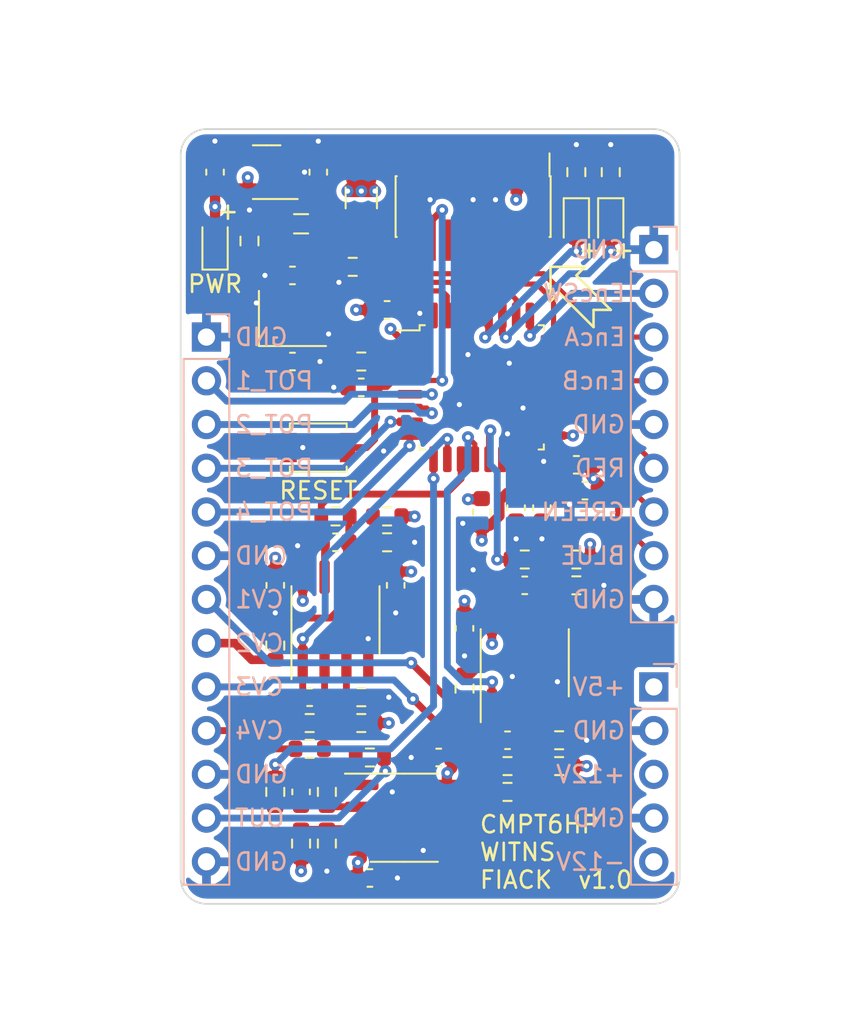
<source format=kicad_pcb>
(kicad_pcb (version 20211014) (generator pcbnew)
  (layers (0 "F.Cu" signal) (1 "In1.Cu" signal) (2 "In2.Cu" signal) (31 "B.Cu" signal) (34 "B.Paste" user) (35 "F.Paste" user) (36 "B.SilkS" user "B.Silkscreen") (37 "F.SilkS" user "F.Silkscreen") (38 "B.Mask" user) (39 "F.Mask" user) (44 "Edge.Cuts" user))
  (net 0 "")
  (net 1 "GND")
  (net 2 "+3V3")
  (net 3 "+3.3VA")
  (net 4 "+5V")
  (net 5 "/POT_1")
  (net 6 "/POT_2")
  (net 7 "/POT_3")
  (net 8 "/POT_4")
  (net 9 "/STM32/nRST")
  (net 10 "/STM32/OSC_IN")
  (net 11 "+12V")
  (net 12 "-12V")
  (net 13 "/Power Supply/BU33_IN")
  (net 14 "/STM32/LED1")
  (net 15 "/STM32/LED2")
  (net 16 "/Power Supply/FUSE")
  (net 17 "/Analog Front-end/RACK_CV1")
  (net 18 "/Analog Front-end/RACK_CV2")
  (net 19 "/Analog Front-end/RACK_CV3")
  (net 20 "/Analog Front-end/RACK_CV4")
  (net 21 "/Analog Front-end/RACK_OUT")
  (net 22 "/STM32/LED_RED")
  (net 23 "/STM32/LED_GREEN")
  (net 24 "/STM32/LED_BLUE")
  (net 25 "/STM32/ENCODER_A")
  (net 26 "/STM32/ENCODER_B")
  (net 27 "/STM32/ENCODER_SWITCH")
  (net 30 "/STM32/SWDIO")
  (net 31 "/STM32/SWCLK")
  (net 32 "/STM32/SWO")
  (net 35 "/STM32/VCP_RX")
  (net 36 "/STM32/VCP_TX")
  (net 37 "/STM32/OSC_OUT")
  (net 38 "/STM32/BOOT0")
  (net 39 "/Analog Front-end/DAC_OUT")
  (net 41 "/Analog Front-end/TL072-")
  (net 42 "/Analog Front-end/TL072_OUT")
  (net 43 "/Analog Front-end/TL072+")
  (net 44 "/Analog Front-end/MCP2B-")
  (net 45 "/Analog Front-end/ADC_CV2")
  (net 46 "/Analog Front-end/MCP2A-")
  (net 47 "/Analog Front-end/ADC_CV4")
  (net 48 "/Analog Front-end/MCP2B+")
  (net 49 "/Analog Front-end/MCP2A+")
  (net 50 "/Analog Front-end/MCP1B-")
  (net 51 "/Analog Front-end/ADC_CV1")
  (net 52 "/Analog Front-end/MCP1A-")
  (net 53 "/Analog Front-end/ADC_CV3")
  (net 54 "/Analog Front-end/MCP1B+")
  (net 55 "/Analog Front-end/MCP1A+")
  (net 56 "/Power Supply/PWR_LED_MID")
  (net 57 "/STM32/LED1_MID")
  (net 58 "/STM32/LED2_MID")
  (net 59 "/STM32/XTAL_OUT")
  (net 60 "/Analog Front-end/UNUSED")
  (footprint "Resistor_SMD:R_0603_1608Metric" (layer "F.Cu") (at 58.5 118 180)
    (fp_text reference "R310" hide)
    (fp_text value "36k")
  )
  (footprint "Package_SO:SOIC-8_3.9x4.9mm_P1.27mm" (layer "F.Cu") (at 48.5 133)
    (fp_text reference "U303" hide)
    (fp_text value "TL072CDR")
  )
  (footprint "Resistor_SMD:R_0603_1608Metric" (layer "F.Cu") (at 44 134.5 90)
    (fp_text reference "R319" hide)
    (fp_text value "27k")
  )
  (footprint "LED_SMD:LED_0603_1608Metric" (layer "F.Cu") (at 58.5 98.5 -90)
    (fp_text reference "D202" hide)
    (fp_text value "GREEN")
  )
  (footprint "Resistor_SMD:R_0603_1608Metric" (layer "F.Cu") (at 41 131.5 -90)
    (fp_text reference "R317" hide)
    (fp_text value "15k")
  )
  (footprint "Package_QFP:LQFP-32_7x7mm_P0.8mm" (layer "F.Cu") (at 53 108)
    (fp_text reference "U201" hide)
    (fp_text value "STM32G431KBT6")
  )
  (footprint "Package_SO:SOIC-8_3.9x4.9mm_P1.27mm" (layer "F.Cu") (at 55.5 124 90)
    (fp_text reference "U302" hide)
    (fp_text value "MCP6002-E/SN")
  )
  (footprint "Resistor_SMD:R_0603_1608Metric" (layer "F.Cu") (at 54.5 130 180)
    (fp_text reference "R316" hide)
    (fp_text value "33k")
  )
  (footprint "Resistor_SMD:R_0603_1608Metric" (layer "F.Cu") (at 58.5 119.5 180)
    (fp_text reference "R313" hide)
    (fp_text value "27k")
  )
  (footprint "Resistor_SMD:R_0603_1608Metric" (layer "F.Cu") (at 42.5 134.5 90)
    (fp_text reference "R318" hide)
    (fp_text value "36k")
  )
  (footprint "Capacitor_SMD:C_0603_1608Metric" (layer "F.Cu") (at 55.5 119.5 180)
    (fp_text reference "C306" hide)
    (fp_text value "270pF")
  )
  (footprint "Resistor_SMD:R_0603_1608Metric" (layer "F.Cu") (at 44.5 115.5 180)
    (fp_text reference "R307" hide)
    (fp_text value "33k")
  )
  (footprint "Capacitor_SMD:C_0603_1608Metric" (layer "F.Cu") (at 42 106.5 180)
    (fp_text reference "C203" hide)
    (fp_text value "10pF")
  )
  (footprint "Resistor_SMD:R_0603_1608Metric" (layer "F.Cu") (at 41 123 90)
    (fp_text reference "R301" hide)
    (fp_text value "200k")
  )
  (footprint "Inductor_SMD:L_0603_1608Metric" (layer "F.Cu") (at 53 115.25 -90)
    (fp_text reference "L201" hide)
    (fp_text value "39nH")
  )
  (footprint "Resistor_SMD:R_0603_1608Metric" (layer "F.Cu") (at 44 131.5 90)
    (fp_text reference "R320" hide)
    (fp_text value "91k")
  )
  (footprint "Capacitor_SMD:C_0603_1608Metric" (layer "F.Cu") (at 44.5 117 180)
    (fp_text reference "C301" hide)
    (fp_text value "270pF")
  )
  (footprint "Resistor_SMD:R_0603_1608Metric" (layer "F.Cu") (at 43 127.5 180)
    (fp_text reference "R308" hide)
    (fp_text value "33k")
  )
  (footprint "Capacitor_SMD:C_0603_1608Metric_Pad1.08x0.95mm_HandSolder" (layer "F.Cu") (at 43.5 95.5 90)
    (fp_text reference "C401" hide)
    (fp_text value "1uF")
  )
  (footprint "Resistor_SMD:R_0603_1608Metric" (layer "F.Cu") (at 57.5 130 180)
    (fp_text reference "R312" hide)
    (fp_text value "36k")
  )
  (footprint "Capacitor_SMD:C_0603_1608Metric" (layer "F.Cu") (at 54.5 128.5 180)
    (fp_text reference "C307" hide)
    (fp_text value "270pF")
  )
  (footprint "Capacitor_SMD:C_0603_1608Metric" (layer "F.Cu") (at 42 101.5)
    (fp_text reference "C202" hide)
    (fp_text value "10pF")
  )
  (footprint "Capacitor_SMD:C_0603_1608Metric" (layer "F.Cu") (at 43 126 180)
    (fp_text reference "C303" hide)
    (fp_text value "270pF")
  )
  (footprint "Resistor_SMD:R_0603_1608Metric" (layer "F.Cu") (at 52 125.5 90)
    (fp_text reference "R309" hide)
    (fp_text value "200k")
  )
  (footprint "Capacitor_SMD:C_0603_1608Metric_Pad1.08x0.95mm_HandSolder" (layer "F.Cu") (at 37.5 95.5 90)
    (fp_text reference "C402" hide)
    (fp_text value "1uF")
  )
  (footprint "Capacitor_SMD:C_0603_1608Metric_Pad1.08x0.95mm_HandSolder" (layer "F.Cu") (at 56.5 115 -90)
    (fp_text reference "C207" hide)
    (fp_text value "10nF")
  )
  (footprint "Resistor_SMD:R_0603_1608Metric" (layer "F.Cu") (at 58.5 95.5 90)
    (fp_text reference "R202" hide)
    (fp_text value "1k")
  )
  (footprint "Capacitor_SMD:C_0603_1608Metric_Pad1.08x0.95mm_HandSolder" (layer "F.Cu") (at 58.5 112.5 180)
    (fp_text reference "C206" hide)
    (fp_text value "100nF")
  )
  (footprint "Package_SO:SOIC-8_3.9x4.9mm_P1.27mm" (layer "F.Cu") (at 44.5 121.5 90)
    (fp_text reference "U301" hide)
    (fp_text value "MCP6002-E/SN")
  )
  (footprint "Capacitor_SMD:C_0603_1608Metric" (layer "F.Cu") (at 48 119.5 90)
    (fp_text reference "C302" hide)
    (fp_text value "1uF")
  )
  (footprint "Capacitor_SMD:C_0603_1608Metric" (layer "F.Cu") (at 50.5 129.5)
    (fp_text reference "C308" hide)
    (fp_text value "100nF")
  )
  (footprint "Capacitor_SMD:C_0603_1608Metric" (layer "F.Cu") (at 42.5 131.5 90)
    (fp_text reference "C310" hide)
    (fp_text value "100pF")
  )
  (footprint "Resistor_SMD:R_0603_1608Metric" (layer "F.Cu") (at 46 127.5 180)
    (fp_text reference "R304" hide)
    (fp_text value "36k")
  )
  (footprint "Capacitor_SMD:C_0603_1608Metric" (layer "F.Cu") (at 46.5 136.5)
    (fp_text reference "C309" hide)
    (fp_text value "100nF")
  )
  (footprint "Package_TO_SOT_SMD:SOT-23-5" (layer "F.Cu") (at 40.5 95.5 180)
    (fp_text reference "U401" hide)
    (fp_text value "BU33SD5WG-TR")
  )
  (footprint "LED_SMD:LED_0603_1608Metric" (layer "F.Cu") (at 60.5 98.5 -90)
    (fp_text reference "D201" hide)
    (fp_text value "GREEN")
  )
  (footprint "Resistor_SMD:R_0603_1608Metric" (layer "F.Cu") (at 60.5 95.5 90)
    (fp_text reference "R201" hide)
    (fp_text value "1k")
  )
  (footprint "Resistor_SMD:R_0603_1608Metric" (layer "F.Cu") (at 57.5 128.5 180)
    (fp_text reference "R314" hide)
    (fp_text value "27k")
  )
  (footprint "Capacitor_SMD:C_0603_1608Metric" (layer "F.Cu") (at 52 122 90)
    (fp_text reference "C304" hide)
    (fp_text value "100nF")
  )
  (footprint "Resistor_SMD:R_0603_1608Metric" (layer "F.Cu") (at 55.5 118 180)
    (fp_text reference "R315" hide)
    (fp_text value "33k")
  )
  (footprint "Button_Switch_SMD:SW_SPST_B3U-1000P" (layer "F.Cu") (at 43.5 111.5)
    (fp_text reference "SW201" hide)
    (fp_text value "RST")
  )
  (footprint "Connector_PinHeader_1.27mm:PinHeader_2x07_P1.27mm_Vertical_SMD" (layer "F.Cu") (at 52.5 97.5 -90)
    (property "Reference" "J7")
    (property "Value" "Conn_02x07_Odd_Even")
    (fp_text reference "J201" hide)
    (fp_text value "SWD")
  )
  (footprint "Resistor_SMD:R_0603_1608Metric" (layer "F.Cu") (at 54.5 131.5)
    (fp_text reference "R311" hide)
    (fp_text value "200k")
  )
  (footprint "LED_SMD:LED_0603_1608Metric_Pad1.05x0.95mm_HandSolder" (layer "F.Cu") (at 37.5 99.5 90)
    (fp_text reference "D401" hide)
    (fp_text value "RED")
  )
  (footprint "Crystal:Crystal_SMD_EuroQuartz_MT-4Pin_3.2x2.5mm" (layer "F.Cu") (at 42 104)
    (fp_text reference "Y201" hide)
    (fp_text value "16MHz")
  )
  (footprint "Resistor_SMD:R_0603_1608Metric" (layer "F.Cu") (at 46 106.5)
    (fp_text reference "R203" hide)
    (fp_text value "10R")
  )
  (footprint "Resistor_SMD:R_0603_1608Metric" (layer "F.Cu") (at 45.5 101 180)
    (fp_text reference "R204" hide)
    (fp_text value "100k")
  )
  (footprint "Capacitor_SMD:C_0603_1608Metric" (layer "F.Cu") (at 41 119.5 90)
    (fp_text reference "C305" hide)
    (fp_text value "100nF")
  )
  (footprint "Resistor_SMD:R_0603_1608Metric" (layer "F.Cu") (at 43 129)
    (fp_text reference "R303" hide)
    (fp_text value "200k")
  )
  (footprint "Resistor_SMD:R_0603_1608Metric" (layer "F.Cu") (at 46.5 129.5)
    (fp_text reference "R321" hide)
    (fp_text value "1k")
  )
  (footprint "Resistor_SMD:R_0603_1608Metric_Pad0.98x0.95mm_HandSolder" (layer "F.Cu") (at 39.5 99.5 90)
    (fp_text reference "R401" hide)
    (fp_text value "1k")
  )
  (footprint "Capacitor_SMD:C_0603_1608Metric_Pad1.08x0.95mm_HandSolder" (layer "F.Cu") (at 55 115 -90)
    (fp_text reference "C208" hide)
    (fp_text value "1uF")
  )
  (footprint "Inductor_SMD:L_0805_2012Metric_Pad1.05x1.20mm_HandSolder" (layer "F.Cu") (at 42.5 98.5 180)
    (property "Reference" "FB1")
    (property "Value" "600 @ 100MHz")
    (fp_text reference "FB401" hide)
    (fp_text value "600 @ 100MHz")
  )
  (footprint "Resistor_SMD:R_0603_1608Metric" (layer "F.Cu") (at 47.5 115.5 180)
    (fp_text reference "R302" hide)
    (fp_text value "36k")
  )
  (footprint "Capacitor_SMD:C_0603_1608Metric_Pad1.08x0.95mm_HandSolder" (layer "F.Cu") (at 47.5 103.5)
    (fp_text reference "C205" hide)
    (fp_text value "100nF")
  )
  (footprint "Resistor_SMD:R_0603_1608Metric" (layer "F.Cu") (at 46 126 180)
    (fp_text reference "R306" hide)
    (fp_text value "27k")
  )
  (footprint "Capacitor_SMD:C_0603_1608Metric" (layer "F.Cu") (at 46 108 180)
    (fp_text reference "C201" hide)
    (fp_text value "100nF")
  )
  (footprint "Capacitor_SMD:C_0603_1608Metric_Pad1.08x0.95mm_HandSolder" (layer "F.Cu") (at 59 114 180)
    (fp_text reference "C204" hide)
    (fp_text value "4.7uF")
  )
  (footprint "Resistor_SMD:R_0603_1608Metric" (layer "F.Cu") (at 47.5 117 180)
    (fp_text reference "R305" hide)
    (fp_text value "27k")
  )
  (footprint "Fuse:Fuse_1206_3216Metric_Pad1.42x1.75mm_HandSolder" (layer "F.Cu") (at 46 97 -90)
    (fp_text reference "F401" hide)
    (fp_text value "250mA")
  )
  (footprint "Connector_PinHeader_2.54mm:PinHeader_1x09_P2.54mm_Vertical" (layer "B.Cu") (at 63 100 180)
    (fp_text reference "J103" hide)
    (fp_text value "Conn_01x09")
  )
  (footprint "Connector_PinHeader_2.54mm:PinHeader_1x05_P2.54mm_Vertical" (layer "B.Cu") (at 63 125.4 180)
    (fp_text reference "J102" hide)
    (fp_text value "Conn_01x05")
  )
  (footprint "Connector_PinHeader_2.54mm:PinHeader_1x13_P2.54mm_Vertical" (layer "B.Cu") (at 37 105.08 180)
    (fp_text reference "J101" hide)
    (fp_text value "Conn_01x13")
  )
  (gr_line (start 57 101) (end 59 101) (layer "F.SilkS") (width 0.15))
  (gr_line (start 59.5 104.5) (end 59.5 103.5) (layer "F.SilkS") (width 0.15))
  (gr_line (start 57 103) (end 57.5 102.5) (layer "F.SilkS") (width 0.15))
  (gr_line (start 57.5 102.5) (end 59.5 104.5) (layer "F.SilkS") (width 0.15))
  (gr_line (start 58.5 101.5) (end 60.5 103.5) (layer "F.SilkS") (width 0.15))
  (gr_line (start 57 101) (end 57 103) (layer "F.SilkS") (width 0.15))
  (gr_line (start 59 101) (end 58.5 101.5) (layer "F.SilkS") (width 0.15))
  (gr_line (start 59.5 103.5) (end 60.5 103.5) (layer "F.SilkS") (width 0.15))
  (gr_arc (start 35.5 94.5) (mid 35.93934 93.43934) (end 37 93) (layer "Edge.Cuts") (width 0.1))
  (gr_arc (start 37 138) (mid 35.93934 137.56066) (end 35.5 136.5) (layer "Edge.Cuts") (width 0.1))
  (gr_line (start 64.5 136.5) (end 64.5 94.5) (layer "Edge.Cuts") (width 0.1))
  (gr_arc (start 64.5 136.5) (mid 64.06066 137.56066) (end 63 138) (layer "Edge.Cuts") (width 0.1))
  (gr_line (start 63 93) (end 37 93) (layer "Edge.Cuts") (width 0.1))
  (gr_line (start 37 138) (end 63 138) (layer "Edge.Cuts") (width 0.1))
  (gr_arc (start 63 93) (mid 64.06066 93.43934) (end 64.5 94.5) (layer "Edge.Cuts") (width 0.1))
  (gr_line (start 35.5 136.5) (end 35.5 94.5) (layer "Edge.Cuts") (width 0.1))
  (gr_text "POT_3" (at 38.57 112.7) (layer "B.SilkS") (effects (font (size 1 1)) (justify right mirror)))
  (gr_text "GND" (at 61.43 100) (layer "B.SilkS") (effects (font (size 1 1)) (justify left mirror)))
  (gr_text "EncSW" (at 61.43 102.54) (layer "B.SilkS") (effects (font (size 1 1)) (justify left mirror)))
  (gr_text "GREEN" (at 61.43 115.24) (layer "B.SilkS") (effects (font (size 1 1)) (justify left mirror)))
  (gr_text "+12V" (at 61.43 130.48) (layer "B.SilkS") (effects (font (size 1 1)) (justify left mirror)))
  (gr_text "CV1" (at 38.57 120.32) (layer "B.SilkS") (effects (font (size 1 1)) (justify right mirror)))
  (gr_text "GND" (at 38.57 130.48) (layer "B.SilkS") (effects (font (size 1 1)) (justify right mirror)))
  (gr_text "GND" (at 38.57 105.08) (layer "B.SilkS") (effects (font (size 1 1)) (justify right mirror)))
  (gr_text "+5V" (at 61.43 125.4) (layer "B.SilkS") (effects (font (size 1 1)) (justify left mirror)))
  (gr_text "BLUE" (at 61.43 117.78) (layer "B.SilkS") (effects (font (size 1 1)) (justify left mirror)))
  (gr_text "GND" (at 38.57 135.56) (layer "B.SilkS") (effects (font (size 1 1)) (justify right mirror)))
  (gr_text "RED" (at 61.43 112.7) (layer "B.SilkS") (effects (font (size 1 1)) (justify left mirror)))
  (gr_text "GND" (at 61.43 110.16) (layer "B.SilkS") (effects (font (size 1 1)) (justify left mirror)))
  (gr_text "GND" (at 61.43 120.32) (layer "B.SilkS") (effects (font (size 1 1)) (justify left mirror)))
  (gr_text "EncB" (at 61.43 107.62) (layer "B.SilkS") (effects (font (size 1 1)) (justify left mirror)))
  (gr_text "POT_2" (at 38.57 110.16) (layer "B.SilkS") (effects (font (size 1 1)) (justify right mirror)))
  (gr_text "CV2" (at 38.57 122.86) (layer "B.SilkS") (effects (font (size 1 1)) (justify right mirror)))
  (gr_text "POT_4" (at 38.57 115.24) (layer "B.SilkS") (effects (font (size 1 1)) (justify right mirror)))
  (gr_text "GND" (at 38.57 117.78) (layer "B.SilkS") (effects (font (size 1 1)) (justify right mirror)))
  (gr_text "GND" (at 61.43 127.94) (layer "B.SilkS") (effects (font (size 1 1)) (justify left mirror)))
  (gr_text "CV3" (at 38.57 125.4) (layer "B.SilkS") (effects (font (size 1 1)) (justify right mirror)))
  (gr_text "-12V" (at 61.43 135.56) (layer "B.SilkS") (effects (font (size 1 1)) (justify left mirror)))
  (gr_text "OUT" (at 38.57 133.02) (layer "B.SilkS") (effects (font (size 1 1)) (justify right mirror)))
  (gr_text "GND" (at 61.43 133.02) (layer "B.SilkS") (effects (font (size 1 1)) (justify left mirror)))
  (gr_text "POT_1" (at 38.57 107.62) (layer "B.SilkS") (effects (font (size 1 1)) (justify right mirror)))
  (gr_text "EncA" (at 61.43 105.08) (layer "B.SilkS") (effects (font (size 1 1)) (justify left mirror)))
  (gr_text "CV4" (at 38.57 127.94) (layer "B.SilkS") (effects (font (size 1 1)) (justify right mirror)))
  (gr_text "CMPT6HP\nWITNS\nFIACK  v1.0" (at 52.8 135) (layer "F.SilkS") (effects (font (size 1 1)) (justify left)))
  (gr_text "RESET" (at 43.5 114) (layer "F.SilkS") (effects (font (size 1 1))))
  (gr_text "+" (at 59.25 100) (layer "F.SilkS") (effects (font (size 1 1))))
  (gr_text "+" (at 38.25 97.75) (layer "F.SilkS") (effects (font (size 1 1))))
  (gr_text "+" (at 61.25 100) (layer "F.SilkS") (effects (font (size 1 1))))
  (gr_text "PWR" (at 37.5 102) (layer "F.SilkS") (effects (font (size 1 1))))
  (segment (start 49.525 103.825) (end 49.4 103.7) (width 0.4) (layer "F.Cu") (net 1))
  (segment (start 54.2 111) (end 54.2 112.175) (width 0.4) (layer "F.Cu") (net 1))
  (segment (start 53.77 97.07) (end 53.8 97.1) (width 0.6) (layer "F.Cu") (net 1))
  (segment (start 37.492568 93.696151) (end 37.492568 94.630068) (width 0.6) (layer "F.Cu") (net 1))
  (segment (start 50.97 134.9) (end 50.975 134.905) (width 0.5) (layer "F.Cu") (net 1))
  (segment (start 48 121.1) (end 48 120.275) (width 0.6) (layer "F.Cu") (net 1))
  (segment (start 56.475 112.175) (end 56.6 112.3) (width 0.5) (layer "F.Cu") (net 1))
  (segment (start 44.7 101.9) (end 44.7 101.025) (width 0.6) (layer "F.Cu") (net 1))
  (segment (start 50.2 103.825) (end 49.525 103.825) (width 0.4) (layer "F.Cu") (net 1))
  (segment (start 39.9 103.1) (end 40.9 103.1) (width 0.6) (layer "F.Cu") (net 1))
  (segment (start 49.4 103.7) (end 48.5625 103.7) (width 0.6) (layer "F.Cu") (net 1))
  (segment (start 46.825 126) (end 47.6 126) (width 0.6) (layer "F.Cu") (net 1))
  (segment (start 44.7 101.025) (end 44.675 101) (width 0.6) (layer "F.Cu") (net 1))
  (segment (start 49.6 134.9) (end 50.97 134.9) (width 0.5) (layer "F.Cu") (net 1))
  (segment (start 48.5625 103.7) (end 48.3625 103.5) (width 0.6) (layer "F.Cu") (net 1))
  (segment (start 43.5 93.7) (end 43.5 94.6375) (width 0.6) (layer "F.Cu") (net 1))
  (segment (start 58.5 93.9) (end 58.5 94.675) (width 0.6) (layer "F.Cu") (net 1))
  (segment (start 57.405 125.105) (end 57.4 125.1) (width 0.5) (layer "F.Cu") (net 1))
  (segment (start 40.4 101.5) (end 41.225 101.5) (width 0.6) (layer "F.Cu") (net 1))
  (segment (start 57.405 126.475) (end 57.405 125.105) (width 0.5) (layer "F.Cu") (net 1))
  (segment (start 48.1 136.5) (end 47.275 136.5) (width 0.6) (layer "F.Cu") (net 1))
  (segment (start 55 116.8) (end 55 115.8625) (width 0.6) (layer "F.Cu") (net 1))
  (segment (start 58.1 114.0375) (end 58.1375 114) (width 0.6) (layer "F.Cu") (net 1))
  (segment (start 44.1 104.9) (end 43.1 104.9) (width 0.6) (layer "F.Cu") (net 1))
  (segment (start 37.492568 94.630068) (end 37.5 94.6375) (width 0.6) (layer "F.Cu") (net 1))
  (segment (start 53.77 95.55) (end 53.77 97.07) (width 0.6) (layer "F.Cu") (net 1))
  (segment (start 54.5 110.7) (end 54.2 111) (width 0.4) (layer "F.Cu") (net 1))
  (segment (start 41 121.1) (end 41 120.275) (width 0.6) (layer "F.Cu") (net 1))
  (segment (start 58.1 114.8) (end 58.1 114.0375) (width 0.6) (layer "F.Cu") (net 1))
  (segment (start 42.6 111.5) (end 41.8 111.5) (width 0.6) (layer "F.Cu") (net 1))
  (segment (start 59.1 128.5) (end 58.325 128.5) (width 0.6) (layer "F.Cu") (net 1))
  (segment (start 52.5 95.55) (end 52.5 97.1) (width 0.6) (layer "F.Cu") (net 1))
  (segment (start 42.7 95.5) (end 41.6375 95.5) (width 0.6) (layer "F.Cu") (net 1))
  (segment (start 56.5 116.8) (end 56.5 115.8625) (width 0.6) (layer "F.Cu") (net 1))
  (segment (start 60.5 93.9) (end 60.5 94.675) (width 0.6) (layer "F.Cu") (net 1))
  (segment (start 55.8 112.175) (end 56.475 112.175) (width 0.5) (layer "F.Cu") (net 1))
  (segment (start 56.8 112.5) (end 56.6 112.3) (width 0.6) (layer "F.Cu") (net 1))
  (segment (start 49.96 97.06) (end 50 97.1) (width 0.6) (layer "F.Cu") (net 1))
  (segment (start 52 123.6) (end 52 122.775) (width 0.6) (layer "F.Cu") (net 1))
  (segment (start 46.405 123.975) (end 46.405 122.605) (width 0.5) (layer "F.Cu") (net 1))
  (segment (start 48.9 129.5) (end 49.725 129.5) (width 0.6) (layer "F.Cu") (net 1))
  (segment (start 49.96 95.55) (end 49.96 97.06) (width 0.6) (layer "F.Cu") (net 1))
  (segment (start 49.1 117) (end 48.325 117) (width 0.6) (layer "F.Cu") (net 1))
  (segment (start 43.6 106.5) (end 42.775 106.5) (width 0.6) (layer "F.Cu") (net 1))
  (segment (start 39.5 97.7) (end 39.5 98.5875) (width 0.6) (layer "F.Cu") (net 1))
  (segment (start 60.1 119.5) (end 59.325 119.5) (width 0.6) (layer "F.Cu") (net 1))
  (segment (start 57.6375 112.5) (end 56.8 112.5) (width 0.6) (layer "F.Cu") (net 1))
  (segment (start 44.4 108) (end 45.225 108) (width 0.6) (layer "F.Cu") (net 1))
  (segment (start 46.405 122.605) (end 46.4 122.6) (width 0.5) (layer "F.Cu") (net 1))
  (segment (start 44 136.1) (end 44 135.325) (width 0.6) (layer "F.Cu") (net 1))
  (via (at 51.9 115.9) (size 0.7) (drill 0.3) (layers "F.Cu" "B.Cu") (net 1))
  (via (at 42.7 95.5) (size 0.7) (drill 0.3) (layers "F.Cu" "B.Cu") (net 1))
  (via (at 43.5 93.7) (size 0.7) (drill 0.3) (layers "F.Cu" "B.Cu") (net 1))
  (via (at 44.4 108) (size 0.7) (drill 0.3) (layers "F.Cu" "B.Cu") (net 1))
  (via (at 47.8 131.5) (size 0.7) (drill 0.3) (layers "F.Cu" "B.Cu") (net 1))
  (via (at 41 121.1) (size 0.7) (drill 0.3) (layers "F.Cu" "B.Cu") (net 1))
  (via (at 54.5 110.7) (size 0.7) (drill 0.3) (layers "F.Cu" "B.Cu") (net 1))
  (via (at 44.7 101.9) (size 0.7) (drill 0.3) (layers "F.Cu" "B.Cu") (net 1))
  (via (at 49.6 134.9) (size 0.7) (drill 0.3) (layers "F.Cu" "B.Cu") (net 1))
  (via (at 52.5 97.1) (size 0.7) (drill 0.3) (layers "F.Cu" "B.Cu") (net 1))
  (via (at 54.6 106.6) (size 0.7) (drill 0.3) (layers "F.Cu" "B.Cu") (net 1))
  (via (at 42.6 111.5) (size 0.7) (drill 0.3) (layers "F.Cu" "B.Cu") (net 1))
  (via (at 54.776589 124.798152) (size 0.7) (drill 0.3) (layers "F.Cu" "B.Cu") (net 1))
  (via (at 58.5 93.9) (size 0.7) (drill 0.3) (layers "F.Cu" "B.Cu") (net 1))
  (via (at 42.3 117.2) (size 0.7) (drill 0.3) (layers "F.Cu" "B.Cu") (net 1))
  (via (at 39.9 103.1) (size 0.7) (drill 0.3) (layers "F.Cu" "B.Cu") (net 1))
  (via (at 59.1 128.5) (size 0.7) (drill 0.3) (layers "F.Cu" "B.Cu") (net 1))
  (via (at 60.1 119.5) (size 0.7) (drill 0.3) (layers "F.Cu" "B.Cu") (net 1))
  (via (at 47.3 111.7) (size 0.7) (drill 0.3) (layers "F.Cu" "B.Cu") (net 1))
  (via (at 49.1 117) (size 0.7) (drill 0.3) (layers "F.Cu" "B.Cu") (net 1))
  (via (at 48.1 136.5) (size 0.7) (drill 0.3) (layers "F.Cu" "B.Cu") (net 1))
  (via (at 50 97.1) (size 0.7) (drill 0.3) (layers "F.Cu" "B.Cu") (net 1))
  (via (at 55 116.8) (size 0.7) (drill 0.3) (layers "F.Cu" "B.Cu") (net 1))
  (via (at 43.6 106.5) (size 0.7) (drill 0.3) (layers "F.Cu" "B.Cu") (net 1))
  (via (at 58.1 114.8) (size 0.7) (drill 0.3) (layers "F.Cu" "B.Cu") (net 1))
  (via (at 47.6 126) (size 0.7) (drill 0.3) (layers "F.Cu" "B.Cu") (net 1))
  (via (at 44 136.1) (size 0.7) (drill 0.3) (layers "F.Cu" "B.Cu") (net 1))
  (via (at 51.7 109) (size 0.7) (drill 0.3) (layers "F.Cu" "B.Cu") (net 1))
  (via (at 52.2 106.1) (size 0.7) (drill 0.3) (layers "F.Cu" "B.Cu") (net 1))
  (via (at 40.4 101.5) (size 0.7) (drill 0.3) (layers "F.Cu" "B.Cu") (net 1))
  (via (at 44.1 104.9) (size 0.7) (drill 0.3) (layers "F.Cu" "B.Cu") (net 1))
  (via (at 52.5 118.6) (size 0.7) (drill 0.3) (layers "F.Cu" "B.Cu") (net 1))
  (via (at 55.4 109.2) (size 0.7) (drill 0.3) (layers "F.Cu" "B.Cu") (net 1))
  (via (at 52 123.6) (size 0.7) (drill 0.3) (layers "F.Cu" "B.Cu") (net 1))
  (via (at 48 121.1) (size 0.7) (drill 0.3) (layers "F.Cu" "B.Cu") (net 1))
  (via (at 57.4 125.1) (size 0.7) (drill 0.3) (layers "F.Cu" "B.Cu") (net 1))
  (via (at 39.5 97.7) (size 0.7) (drill 0.3) (layers "F.Cu" "B.Cu") (net 1))
  (via (at 48.9 129.5) (size 0.7) (drill 0.3) (layers "F.Cu" "B.Cu") (net 1))
  (via (at 37.492568 93.696151) (size 0.7) (drill 0.3) (layers "F.Cu" "B.Cu") (net 1))
  (via (at 53.8 97.1) (size 0.7) (drill 0.3) (layers "F.Cu" "B.Cu") (net 1))
  (via (at 56.5 116.8) (size 0.7) (drill 0.3) (layers "F.Cu" "B.Cu") (net 1))
  (via (at 60.5 93.9) (size 0.7) (drill 0.3) (layers "F.Cu" "B.Cu") (net 1))
  (via (at 49.4 103.7) (size 0.7) (drill 0.3) (layers "F.Cu" "B.Cu") (net 1))
  (via (at 46.4 122.6) (size 0.7) (drill 0.3) (layers "F.Cu" "B.Cu") (net 1))
  (via (at 56.6 112.3) (size 0.7) (drill 0.3) (layers "F.Cu" "B.Cu") (net 1))
  (segment (start 57.5 116.8) (end 56.5 116.8) (width 0.6) (layer "B.Cu") (net 1))
  (segment (start 58.1 114.8) (end 58.1 116.2) (width 0.6) (layer "B.Cu") (net 1))
  (segment (start 58.1 116.2) (end 57.5 116.8) (width 0.6) (layer "B.Cu") (net 1))
  (segment (start 58.3 110.8) (end 57.175 110.8) (width 0.4) (layer "F.Cu") (net 2))
  (segment (start 45.7 103.5) (end 46.6375 103.5) (width 0.6) (layer "F.Cu") (net 2))
  (segment (start 37.5 97.5) (end 37.5 96.3625) (width 0.6) (layer "F.Cu") (net 2))
  (segment (start 52.2 114.5) (end 52.9625 114.5) (width 0.6) (layer "F.Cu") (net 2))
  (segment (start 59.8625 114) (end 59.8625 113.6625) (width 0.6) (layer "F.Cu") (net 2))
  (segment (start 52.9625 114.5) (end 53 114.4625) (width 0.6) (layer "F.Cu") (net 2))
  (segment (start 59.3625 113.1625) (end 59.5 113.3) (width 0.6) (layer "F.Cu") (net 2))
  (segment (start 55.04 95.55) (end 55.04 97.06) (width 0.6) (layer "F.Cu") (net 2))
  (segment (start 39.4 96.4125) (end 39.3625 96.45) (width 0.6) (layer "F.Cu") (net 2))
  (segment (start 55.04 97.06) (end 55 97.1) (width 0.6) (layer "F.Cu") (net 2))
  (segment (start 37.5 97.5) (end 37.5 98.625) (width 0.6) (layer "F.Cu") (net 2))
  (segment (start 48.825 105.2) (end 48.3 105.2) (width 0.4) (layer "F.Cu") (net 2))
  (segment (start 39.4 95.8) (end 39.4 96.4125) (width 0.6) (layer "F.Cu") (net 2))
  (segment (start 59.3625 112.5) (end 59.3625 113.1625) (width 0.6) (layer "F.Cu") (net 2))
  (segment (start 48.3 105.2) (end 47.7 104.6) (width 0.4) (layer "F.Cu") (net 2))
  (segment (start 59.8625 113.6625) (end 59.5 113.3) (width 0.6) (layer "F.Cu") (net 2))
  (via (at 52.2 114.5) (size 0.7) (drill 0.3) (layers "F.Cu" "B.Cu") (net 2))
  (via (at 37.5 97.5) (size 0.7) (drill 0.3) (layers "F.Cu" "B.Cu") (net 2))
  (via (at 39.4 95.8) (size 0.7) (drill 0.3) (layers "F.Cu" "B.Cu") (net 2))
  (via (at 58.3 110.8) (size 0.7) (drill 0.3) (layers "F.Cu" "B.Cu") (net 2))
  (via (at 47.7 104.6) (size 0.7) (drill 0.3) (layers "F.Cu" "B.Cu") (net 2))
  (via (at 45.7 103.5) (size 0.7) (drill 0.3) (layers "F.Cu" "B.Cu") (net 2))
  (via (at 59.5 113.3) (size 0.7) (drill 0.3) (layers "F.Cu" "B.Cu") (net 2))
  (via (at 55 97.1) (size 0.7) (drill 0.3) (layers "F.Cu" "B.Cu") (net 2))
  (segment (start 54.925 114.2125) (end 55 114.1375) (width 0.6) (layer "F.Cu") (net 3))
  (segment (start 52 120.4) (end 52 121.225) (width 0.6) (layer "F.Cu") (net 3))
  (segment (start 41 117.9) (end 41 118.725) (width 0.6) (layer "F.Cu") (net 3))
  (segment (start 55 112.175) (end 55 114.1375) (width 0.4) (layer "F.Cu") (net 3))
  (segment (start 53.595 122.895) (end 53.6 122.9) (width 0.5) (layer "F.Cu") (net 3))
  (segment (start 49.1 115.5) (end 48.325 115.5) (width 0.6) (layer "F.Cu") (net 3))
  (segment (start 42.5 136.1) (end 42.5 135.325) (width 0.6) (layer "F.Cu") (net 3))
  (segment (start 53.4625 116.0375) (end 54.025 115.475) (width 0.6) (layer "F.Cu") (net 3))
  (segment (start 48.025 118.7) (end 48 118.725) (width 0.6) (layer "F.Cu") (net 3))
  (segment (start 56.5 114.1375) (end 55 114.1375) (width 0.6) (layer "F.Cu") (net 3))
  (segment (start 48.9 118.7) (end 48.025 118.7) (width 0.6) (layer "F.Cu") (net 3))
  (segment (start 53.595 121.525) (end 53.595 122.895) (width 0.5) (layer "F.Cu") (net 3))
  (segment (start 53 116.0375) (end 53.4625 116.0375) (width 0.6) (layer "F.Cu") (net 3))
  (segment (start 54.025 115.475) (end 54.025 114.5875) (width 0.6) (layer "F.Cu") (net 3))
  (segment (start 59.3 117.975) (end 59.325 118) (width 0.6) (layer "F.Cu") (net 3))
  (segment (start 47.6 127.5) (end 46.825 127.5) (width 0.6) (layer "F.Cu") (net 3))
  (segment (start 54.475 114.1375) (end 55 114.1375) (width 0.6) (layer "F.Cu") (net 3))
  (segment (start 42.595 120.395) (end 42.6 120.4) (width 0.5) (layer "F.Cu") (net 3))
  (segment (start 54.025 114.5875) (end 54.475 114.1375) (width 0.6) (layer "F.Cu") (net 3))
  (segment (start 53 116.9) (end 53 116.0375) (width 0.6) (layer "F.Cu") (net 3))
  (segment (start 59.1 130) (end 58.325 130) (width 0.6) (layer "F.Cu") (net 3))
  (segment (start 42.595 119.025) (end 42.595 120.395) (width 0.5) (layer "F.Cu") (net 3))
  (segment (start 59.3 117.1) (end 59.3 117.975) (width 0.6) (layer "F.Cu") (net 3))
  (via (at 52 120.4) (size 0.7) (drill 0.3) (layers "F.Cu" "B.Cu") (net 3))
  (via (at 41 117.9) (size 0.7) (drill 0.3) (layers "F.Cu" "B.Cu") (net 3))
  (via (at 42.6 120.4) (size 0.7) (drill 0.3) (layers "F.Cu" "B.Cu") (net 3))
  (via (at 53.6 122.9) (size 0.7) (drill 0.3) (layers "F.Cu" "B.Cu") (net 3))
  (via (at 48.9 118.7) (size 0.7) (drill 0.3) (layers "F.Cu" "B.Cu") (net 3))
  (via (at 59.1 130) (size 0.7) (drill 0.3) (layers "F.Cu" "B.Cu") (net 3))
  (via (at 53 116.9) (size 0.7) (drill 0.3) (layers "F.Cu" "B.Cu") (net 3))
  (via (at 42.5 136.1) (size 0.7) (drill 0.3) (layers "F.Cu" "B.Cu") (net 3))
  (via (at 47.6 127.5) (size 0.7) (drill 0.3) (layers "F.Cu" "B.Cu") (net 3))
  (via (at 49.1 115.5) (size 0.7) (drill 0.3) (layers "F.Cu" "B.Cu") (net 3))
  (via (at 59.3 117.1) (size 0.7) (drill 0.3) (layers "F.Cu" "B.Cu") (net 3))
  (segment (start 46 95.8) (end 45.2 96.6) (width 0.7) (layer "F.Cu") (net 4))
  (segment (start 46 95.8) (end 46.8 96.6) (width 0.7) (layer "F.Cu") (net 4))
  (segment (start 46 95.5125) (end 46 96.6) (width 0.6) (layer "F.Cu") (net 4))
  (segment (start 45.2 96.6) (end 46.8 96.6) (width 0.7) (layer "F.Cu") (net 4))
  (segment (start 46 95.5125) (end 46 95.8) (width 0.7) (layer "F.Cu") (net 4))
  (via (at 45.2 96.6) (size 0.7) (drill 0.3) (layers "F.Cu" "B.Cu") (net 4))
  (via (at 46.8 96.6) (size 0.7) (drill 0.3) (layers "F.Cu" "B.Cu") (net 4))
  (via (at 46 96.6) (size 0.7) (drill 0.3) (layers "F.Cu" "B.Cu") (net 4))
  (segment (start 48.825 108.4) (end 50.1 108.4) (width 0.3) (layer "F.Cu") (net 5))
  (via (at 50.1 108.4) (size 0.7) (drill 0.3) (layers "F.Cu" "B.Cu") (net 5))
  (segment (start 45 108.8) (end 45.4 108.4) (width 0.4) (layer "B.Cu") (net 5))
  (segment (start 37 107.62) (end 38.18 108.8) (width 0.4) (layer "B.Cu") (net 5))
  (segment (start 45.4 108.4) (end 50.1 108.4) (width 0.4) (layer "B.Cu") (net 5))
  (segment (start 38.18 108.8) (end 45 108.8) (width 0.4) (layer "B.Cu") (net 5))
  (segment (start 49.8 109.2) (end 50.1 109.5) (width 0.3) (layer "F.Cu") (net 6))
  (segment (start 48.825 109.2) (end 49.8 109.2) (width 0.3) (layer "F.Cu") (net 6))
  (via (at 50.1 109.5) (size 0.7) (drill 0.3) (layers "F.Cu" "B.Cu") (net 6))
  (segment (start 49 109.1) (end 46.6 109.1) (width 0.4) (layer "B.Cu") (net 6))
  (segment (start 45.54 110.16) (end 37 110.16) (width 0.4) (layer "B.Cu") (net 6))
  (segment (start 50.1 109.5) (end 49.4 109.5) (width 0.4) (layer "B.Cu") (net 6))
  (segment (start 49.4 109.5) (end 49 109.1) (width 0.4) (layer "B.Cu") (net 6))
  (segment (start 46.6 109.1) (end 45.54 110.16) (width 0.4) (layer "B.Cu") (net 6))
  (segment (start 48.825 110) (end 47.7 110) (width 0.3) (layer "F.Cu") (net 7))
  (via (at 47.7 110) (size 0.7) (drill 0.3) (layers "F.Cu" "B.Cu") (net 7))
  (segment (start 45 112.7) (end 37 112.7) (width 0.4) (layer "B.Cu") (net 7))
  (segment (start 47.7 110) (end 45 112.7) (width 0.4) (layer "B.Cu") (net 7))
  (segment (start 48.825 110.8) (end 48.825 111.375) (width 0.4) (layer "F.Cu") (net 8))
  (segment (start 48.825 111.375) (end 48.8 111.4) (width 0.4) (layer "F.Cu") (net 8))
  (via (at 48.8 111.4) (size 0.7) (drill 0.3) (layers "F.Cu" "B.Cu") (net 8))
  (segment (start 48.8 111.4) (end 44.96 115.24) (width 0.4) (layer "B.Cu") (net 8))
  (segment (start 44.96 115.24) (end 37 115.24) (width 0.4) (layer "B.Cu") (net 8))
  (segment (start 46.775 108) (end 46.775 111.025) (width 0.4) (layer "F.Cu") (net 9))
  (segment (start 47.5 108) (end 46.775 108) (width 0.3) (layer "F.Cu") (net 9))
  (segment (start 48.825 107.6) (end 50.7 107.6) (width 0.3) (layer "F.Cu") (net 9))
  (segment (start 47.9 107.6) (end 47.5 108) (width 0.3) (layer "F.Cu") (net 9))
  (segment (start 49.96 99.45) (end 49.96 98.44) (width 0.4) (layer "F.Cu") (net 9))
  (segment (start 49.96 98.44) (end 50.7 97.7) (width 0.4) (layer "F.Cu") (net 9))
  (segment (start 46.3 111.5) (end 45.2 111.5) (width 0.4) (layer "F.Cu") (net 9))
  (segment (start 46.775 111.025) (end 46.3 111.5) (width 0.4) (layer "F.Cu") (net 9))
  (segment (start 48.825 107.6) (end 47.9 107.6) (width 0.3) (layer "F.Cu") (net 9))
  (via (at 50.7 107.6) (size 0.7) (drill 0.3) (layers "F.Cu" "B.Cu") (net 9))
  (via (at 50.7 97.7) (size 0.7) (drill 0.3) (layers "F.Cu" "B.Cu") (net 9))
  (segment (start 50.7 97.7) (end 50.7 107.6) (width 0.4) (layer "B.Cu") (net 9))
  (segment (start 42.775 102.775) (end 43.1 103.1) (width 0.4) (layer "F.Cu") (net 10))
  (segment (start 48.825 106) (end 47.9 106) (width 0.3) (layer "F.Cu") (net 10))
  (segment (start 46.6 104.7) (end 45.5 104.7) (width 0.3) (layer "F.Cu") (net 10))
  (segment (start 45.5 104.7) (end 43.9 103.1) (width 0.3) (layer "F.Cu") (net 10))
  (segment (start 43.9 103.1) (end 43.1 103.1) (width 0.3) (layer "F.Cu") (net 10))
  (segment (start 47.9 106) (end 46.6 104.7) (width 0.3) (layer "F.Cu") (net 10))
  (segment (start 42.775 101.5) (end 42.775 102.775) (width 0.3) (layer "F.Cu") (net 10))
  (segment (start 51.275 129.5) (end 51.275 130.125) (width 0.6) (layer "F.Cu") (net 11))
  (segment (start 51.275 130.125) (end 51 130.4) (width 0.6) (layer "F.Cu") (net 11))
  (segment (start 50.975 130.425) (end 51 130.4) (width 0.6) (layer "F.Cu") (net 11))
  (segment (start 50.975 131.095) (end 50.975 130.425) (width 0.6) (layer "F.Cu") (net 11))
  (via (at 51 130.4) (size 0.7) (drill 0.3) (layers "F.Cu" "B.Cu") (net 11))
  (segment (start 45.8 136.425) (end 45.725 136.5) (width 0.6) (layer "F.Cu") (net 12))
  (segment (start 46.025 135.375) (end 45.8 135.6) (width 0.6) (layer "F.Cu") (net 12))
  (segment (start 45.8 135.6) (end 45.8 136.425) (width 0.6) (layer "F.Cu") (net 12))
  (segment (start 46.025 134.905) (end 46.025 135.375) (width 0.6) (layer "F.Cu") (net 12))
  (via (at 45.8 135.6) (size 0.7) (drill 0.3) (layers "F.Cu" "B.Cu") (net 12))
  (segment (start 40.5 94.8) (end 40.5 96.15) (width 0.4) (layer "F.Cu") (net 13))
  (segment (start 41.6375 94.55) (end 40.75 94.55) (width 0.4) (layer "F.Cu") (net 13))
  (segment (start 41.35 98.5) (end 41.35 96.7375) (width 0.5) (layer "F.Cu") (net 13))
  (segment (start 40.5 96.15) (end 40.8 96.45) (width 0.4) (layer "F.Cu") (net 13))
  (segment (start 41.6375 96.45) (end 43.4125 96.45) (width 0.5) (layer "F.Cu") (net 13))
  (segment (start 43.4125 96.45) (end 43.5 96.3625) (width 0.5) (layer "F.Cu") (net 13))
  (segment (start 40.75 94.55) (end 40.5 94.8) (width 0.4) (layer "F.Cu") (net 13))
  (segment (start 41.35 96.7375) (end 41.6375 96.45) (width 0.5) (layer "F.Cu") (net 13))
  (segment (start 40.8 96.45) (end 41.6375 96.45) (width 0.4) (layer "F.Cu") (net 13))
  (segment (start 54.2 103.825) (end 54.2 104.9) (width 0.4) (layer "F.Cu") (net 14))
  (segment (start 60.5 99.2875) (end 60.5 100.1) (width 0.5) (layer "F.Cu") (net 14))
  (segment (start 54.2 104.9) (end 54.4 105.1) (width 0.4) (layer "F.Cu") (net 14))
  (via (at 60.5 100.1) (size 0.7) (drill 0.3) (layers "F.Cu" "B.Cu") (net 14))
  (via (at 54.4 105.1) (size 0.7) (drill 0.3) (layers "F.Cu" "B.Cu") (net 14))
  (segment (start 59.2 101.4) (end 60.5 100.1) (width 0.4) (layer "B.Cu") (net 14))
  (segment (start 54.4 105.1) (end 58.1 101.4) (width 0.4) (layer "B.Cu") (net 14))
  (segment (start 58.1 101.4) (end 59.2 101.4) (width 0.4) (layer "B.Cu") (net 14))
  (segment (start 58.5 99.2875) (end 58.5 100.1) (width 0.5) (layer "F.Cu") (net 15))
  (segment (start 53.4 104.9) (end 53.2 105.1) (width 0.4) (layer "F.Cu") (net 15))
  (segment (start 53.4 103.825) (end 53.4 104.9) (width 0.4) (layer "F.Cu") (net 15))
  (via (at 58.5 100.1) (size 0.7) (drill 0.3) (layers "F.Cu" "B.Cu") (net 15))
  (via (at 53.2 105.1) (size 0.7) (drill 0.3) (layers "F.Cu" "B.Cu") (net 15))
  (segment (start 53.2 105.1) (end 58.2 100.1) (width 0.4) (layer "B.Cu") (net 15))
  (segment (start 58.2 100.1) (end 58.5 100.1) (width 0.4) (layer "B.Cu") (net 15))
  (segment (start 43.65 98.5) (end 45.9875 98.5) (width 0.7) (layer "F.Cu") (net 16))
  (segment (start 45.9875 98.5) (end 46 98.4875) (width 0.7) (layer "F.Cu") (net 16))
  (segment (start 51.225 126.325) (end 48.9 124) (width 0.4) (layer "F.Cu") (net 17))
  (segment (start 52 126.325) (end 51.225 126.325) (width 0.4) (layer "F.Cu") (net 17))
  (via (at 48.9 124) (size 0.7) (drill 0.3) (layers "F.Cu" "B.Cu") (net 17))
  (segment (start 48.9 124) (end 40.68 124) (width 0.4) (layer "B.Cu") (net 17))
  (segment (start 40.68 124) (end 37 120.32) (width 0.4) (layer "B.Cu") (net 17))
  (segment (start 39.625 123.825) (end 41 123.825) (width 0.5) (layer "F.Cu") (net 18))
  (segment (start 38.66 122.86) (end 39.625 123.825) (width 0.5) (layer "F.Cu") (net 18))
  (segment (start 37 122.86) (end 38.66 122.86) (width 0.5) (layer "F.Cu") (net 18))
  (segment (start 53.4 131.5) (end 53.675 131.5) (width 0.4) (layer "F.Cu") (net 19))
  (segment (start 49 126.1) (end 50.9 128) (width 0.4) (layer "F.Cu") (net 19))
  (segment (start 52.7 128.8) (end 52.7 130.8) (width 0.4) (layer "F.Cu") (net 19))
  (segment (start 52.7 130.8) (end 53.4 131.5) (width 0.4) (layer "F.Cu") (net 19))
  (segment (start 51.9 128) (end 52.7 128.8) (width 0.4) (layer "F.Cu") (net 19))
  (segment (start 50.9 128) (end 51.9 128) (width 0.4) (layer "F.Cu") (net 19))
  (via (at 49 126.1) (size 0.7) (drill 0.3) (layers "F.Cu" "B.Cu") (net 19))
  (segment (start 47.9 125) (end 49 126.1) (width 0.4) (layer "B.Cu") (net 19))
  (segment (start 40.8 125) (end 47.9 125) (width 0.4) (layer "B.Cu") (net 19))
  (segment (start 37 125.4) (end 40.4 125.4) (width 0.4) (layer "B.Cu") (net 19))
  (segment (start 40.4 125.4) (end 40.8 125) (width 0.4) (layer "B.Cu") (net 19))
  (segment (start 39.04 127.94) (end 37 127.94) (width 0.4) (layer "F.Cu") (net 20))
  (segment (start 42.175 129) (end 40.1 129) (width 0.4) (layer "F.Cu") (net 20))
  (segment (start 40.1 129) (end 39.04 127.94) (width 0.4) (layer "F.Cu") (net 20))
  (segment (start 47.325 129.5) (end 47.325 130.225) (width 0.4) (layer "F.Cu") (net 21))
  (segment (start 47.325 130.225) (end 47.4 130.3) (width 0.4) (layer "F.Cu") (net 21))
  (via (at 47.4 130.3) (size 0.7) (drill 0.3) (layers "F.Cu" "B.Cu") (net 21))
  (segment (start 44.68 133.02) (end 37 133.02) (width 0.4) (layer "B.Cu") (net 21))
  (segment (start 47.4 130.3) (end 44.68 133.02) (width 0.4) (layer "B.Cu") (net 21))
  (segment (start 59 108.4) (end 63 112.4) (width 0.3) (layer "F.Cu") (net 22))
  (segment (start 57.175 108.4) (end 59 108.4) (width 0.3) (layer "F.Cu") (net 22))
  (segment (start 63 112.4) (end 63 112.7) (width 0.3) (layer "F.Cu") (net 22))
  (segment (start 61.5 111.8) (end 58.9 109.2) (width 0.3) (layer "F.Cu") (net 23))
  (segment (start 61.5 113.74) (end 61.5 111.8) (width 0.3) (layer "F.Cu") (net 23))
  (segment (start 58.9 109.2) (end 57.175 109.2) (width 0.3) (layer "F.Cu") (net 23))
  (segment (start 63 115.24) (end 61.5 113.74) (width 0.3) (layer "F.Cu") (net 23))
  (segment (start 57.175 110) (end 58.8 110) (width 0.3) (layer "F.Cu") (net 24))
  (segment (start 58.8 110) (end 60.9 112.1) (width 0.3) (layer "F.Cu") (net 24))
  (segment (start 60.9 112.1) (end 60.9 115.68) (width 0.3) (layer "F.Cu") (net 24))
  (segment (start 60.9 115.68) (end 63 117.78) (width 0.3) (layer "F.Cu") (net 24))
  (segment (start 61.12 105.08) (end 63 105.08) (width 0.3) (layer "F.Cu") (net 25))
  (segment (start 57.175 106.8) (end 59.4 106.8) (width 0.3) (layer "F.Cu") (net 25))
  (segment (start 59.4 106.8) (end 61.12 105.08) (width 0.3) (layer "F.Cu") (net 25))
  (segment (start 57.195 107.62) (end 63 107.62) (width 0.3) (layer "F.Cu") (net 26))
  (segment (start 57.175 107.6) (end 57.195 107.62) (width 0.3) (layer "F.Cu") (net 26))
  (segment (start 55.8 103.825) (end 55.8 105) (width 0.3) (layer "F.Cu") (net 27))
  (via (at 55.8 105) (size 0.7) (drill 0.3) (layers "F.Cu" "B.Cu") (net 27))
  (segment (start 58.26 102.54) (end 55.8 105) (width 0.4) (layer "B.Cu") (net 27))
  (segment (start 63 102.54) (end 58.26 102.54) (width 0.4) (layer "B.Cu") (net 27))
  (segment (start 57.175 106) (end 58.1 106) (width 0.3) (layer "F.Cu") (net 30))
  (segment (start 58.4 103.2) (end 56.6 101.4) (width 0.3) (layer "F.Cu") (net 30))
  (segment (start 56.6 101.4) (end 55.6 101.4) (width 0.3) (layer "F.Cu") (net 30))
  (segment (start 58.4 105.7) (end 58.4 103.2) (width 0.3) (layer "F.Cu") (net 30))
  (segment (start 55.04 100.84) (end 55.04 99.45) (width 0.3) (layer "F.Cu") (net 30))
  (segment (start 58.1 106) (end 58.4 105.7) (width 0.3) (layer "F.Cu") (net 30))
  (segment (start 55.6 101.4) (end 55.04 100.84) (width 0.3) (layer "F.Cu") (net 30))
  (segment (start 56.2 102) (end 54.3 102) (width 0.3) (layer "F.Cu") (net 31))
  (segment (start 53.8 101.5) (end 53.8 99.48) (width 0.3) (layer "F.Cu") (net 31))
  (segment (start 57.175 102.975) (end 56.2 102) (width 0.3) (layer "F.Cu") (net 31))
  (segment (start 54.3 102) (end 53.8 101.5) (width 0.3) (layer "F.Cu") (net 31))
  (segment (start 57.175 105.2) (end 57.175 102.975) (width 0.3) (layer "F.Cu") (net 31))
  (segment (start 53.8 99.48) (end 53.77 99.45) (width 0.3) (layer "F.Cu") (net 31))
  (segment (start 52.5 99.45) (end 52.5 101.3) (width 0.3) (layer "F.Cu") (net 32))
  (segment (start 52.5 101.3) (end 53.8 102.6) (width 0.3) (layer "F.Cu") (net 32))
  (segment (start 53.8 102.6) (end 54.7 102.6) (width 0.3) (layer "F.Cu") (net 32))
  (segment (start 54.7 102.6) (end 55 102.9) (width 0.3) (layer "F.Cu") (net 32))
  (segment (start 55 102.9) (end 55 103.825) (width 0.3) (layer "F.Cu") (net 32))
  (segment (start 51.2 101.9) (end 48.87 101.9) (width 0.3) (layer "F.Cu") (net 35))
  (segment (start 51.8 103.825) (end 51.8 102.5) (width 0.3) (layer "F.Cu") (net 35))
  (segment (start 47.9 100.93) (end 47.9 97.8) (width 0.3) (layer "F.Cu") (net 35))
  (segment (start 47.9 97.8) (end 48.69 97.01) (width 0.3) (layer "F.Cu") (net 35))
  (segment (start 48.69 97.01) (end 48.69 95.55) (width 0.3) (layer "F.Cu") (net 35))
  (segment (start 48.87 101.9) (end 47.9 100.93) (width 0.3) (layer "F.Cu") (net 35))
  (segment (start 51.8 102.5) (end 51.2 101.9) (width 0.3) (layer "F.Cu") (net 35))
  (segment (start 52.6 103.825) (end 52.6 102.4) (width 0.3) (layer "F.Cu") (net 36))
  (segment (start 49.2 101.4) (end 48.69 100.89) (width 0.3) (layer "F.Cu") (net 36))
  (segment (start 51.6 101.4) (end 49.2 101.4) (width 0.3) (layer "F.Cu") (net 36))
  (segment (start 52.6 102.4) (end 51.6 101.4) (width 0.3) (layer "F.Cu") (net 36))
  (segment (start 48.69 100.89) (end 48.69 99.45) (width 0.3) (layer "F.Cu") (net 36))
  (segment (start 48.825 106.8) (end 47.8 106.8) (width 0.3) (layer "F.Cu") (net 37))
  (segment (start 47.5 106.5) (end 46.825 106.5) (width 0.3) (layer "F.Cu") (net 37))
  (segment (start 47.8 106.8) (end 47.5 106.5) (width 0.3) (layer "F.Cu") (net 37))
  (segment (start 46.3 101.025) (end 46.325 101) (width 0.3) (layer "F.Cu") (net 38))
  (segment (start 50.7 102.4) (end 46.9 102.4) (width 0.3) (layer "F.Cu") (net 38))
  (segment (start 51 102.7) (end 50.7 102.4) (width 0.3) (layer "F.Cu") (net 38))
  (segment (start 46.9 102.4) (end 46.3 101.8) (width 0.3) (layer "F.Cu") (net 38))
  (segment (start 51 103.825) (end 51 102.7) (width 0.3) (layer "F.Cu") (net 38))
  (segment (start 46.3 101.8) (end 46.3 101.025) (width 0.3) (layer "F.Cu") (net 38))
  (segment (start 41 130.675) (end 41 129.9) (width 0.4) (layer "F.Cu") (net 39))
  (segment (start 50.2 112.175) (end 50.2 113.3) (width 0.3) (layer "F.Cu") (net 39))
  (via (at 41 129.9) (size 0.7) (drill 0.3) (layers "F.Cu" "B.Cu") (net 39))
  (via (at 50.2 113.3) (size 0.7) (drill 0.3) (layers "F.Cu" "B.Cu") (net 39))
  (segment (start 50.2 113.3) (end 50.2 126.5) (width 0.4) (layer "B.Cu") (net 39))
  (segment (start 41.9 129) (end 41 129.9) (width 0.4) (layer "B.Cu") (net 39))
  (segment (start 50.2 126.5) (end 47.7 129) (width 0.4) (layer "B.Cu") (net 39))
  (segment (start 47.7 129) (end 41.9 129) (width 0.4) (layer "B.Cu") (net 39))
  (segment (start 43.95 132.275) (end 44 132.325) (width 0.4) (layer "F.Cu") (net 41))
  (segment (start 44.04 132.365) (end 44 132.325) (width 0.4) (layer "F.Cu") (net 41))
  (segment (start 41.05 132.275) (end 41 132.325) (width 0.4) (layer "F.Cu") (net 41))
  (segment (start 42.5 132.275) (end 41.05 132.275) (width 0.4) (layer "F.Cu") (net 41))
  (segment (start 46.025 132.365) (end 44.04 132.365) (width 0.4) (layer "F.Cu") (net 41))
  (segment (start 42.5 132.275) (end 43.95 132.275) (width 0.4) (layer "F.Cu") (net 41))
  (segment (start 46.025 131.095) (end 44.895 131.095) (width 0.4) (layer "F.Cu") (net 42))
  (segment (start 43.95 130.725) (end 44 130.675) (width 0.4) (layer "F.Cu") (net 42))
  (segment (start 44.475 130.675) (end 44 130.675) (width 0.4) (layer "F.Cu") (net 42))
  (segment (start 44.895 131.095) (end 44.475 130.675) (width 0.4) (layer "F.Cu") (net 42))
  (segment (start 46.025 129.85) (end 45.675 129.5) (width 0.4) (layer "F.Cu") (net 42))
  (segment (start 42.5 130.725) (end 43.95 130.725) (width 0.4) (layer "F.Cu") (net 42))
  (segment (start 46.025 131.095) (end 46.025 129.85) (width 0.4) (layer "F.Cu") (net 42))
  (segment (start 46.025 133.635) (end 44.04 133.635) (width 0.4) (layer "F.Cu") (net 43))
  (segment (start 44.04 133.635) (end 44 133.675) (width 0.4) (layer "F.Cu") (net 43))
  (segment (start 44 133.675) (end 42.5 133.675) (width 0.4) (layer "F.Cu") (net 43))
  (segment (start 52.425 124.675) (end 53.3 123.8) (width 0.4) (layer "F.Cu") (net 44))
  (segment (start 52 124.675) (end 52.425 124.675) (width 0.4) (layer "F.Cu") (net 44))
  (segment (start 56.135 123.165) (end 56.135 121.525) (width 0.4) (layer "F.Cu") (net 44))
  (segment (start 56.325 118) (end 56.325 119.45) (width 0.4) (layer "F.Cu") (net 44))
  (segment (start 55.5 123.8) (end 56.135 123.165) (width 0.4) (layer "F.Cu") (net 44))
  (segment (start 56.135 121.525) (end 56.135 119.64) (width 0.4) (layer "F.Cu") (net 44))
  (segment (start 56.325 119.45) (end 56.275 119.5) (width 0.4) (layer "F.Cu") (net 44))
  (segment (start 53.3 123.8) (end 55.5 123.8) (width 0.4) (layer "F.Cu") (net 44))
  (segment (start 56.135 119.64) (end 56.275 119.5) (width 0.4) (layer "F.Cu") (net 44))
  (segment (start 43.675 114.825) (end 44.3 114.2) (width 0.4) (layer "F.Cu") (net 45))
  (segment (start 43.675 116.95) (end 43.725 117) (width 0.4) (layer "F.Cu") (net 45))
  (segment (start 51.8 113.3) (end 51.8 112.175) (width 0.4) (layer "F.Cu") (net 45))
  (segment (start 43.865 117.14) (end 43.725 117) (width 0.4) (layer "F.Cu") (net 45))
  (segment (start 44.3 114.2) (end 50.9 114.2) (width 0.4) (layer "F.Cu") (net 45))
  (segment (start 43.675 115.5) (end 43.675 114.825) (width 0.4) (layer "F.Cu") (net 45))
  (segment (start 43.865 119.025) (end 43.865 117.14) (width 0.4) (layer "F.Cu") (net 45))
  (segment (start 50.9 114.2) (end 51.8 113.3) (width 0.4) (layer "F.Cu") (net 45))
  (segment (start 43.675 115.5) (end 43.675 116.95) (width 0.4) (layer "F.Cu") (net 45))
  (segment (start 55.275 128.5) (end 55.275 129.95) (width 0.4) (layer "F.Cu") (net 46))
  (segment (start 55.325 130) (end 55.325 131.5) (width 0.4) (layer "F.Cu") (net 46))
  (segment (start 54.865 126.475) (end 54.865 127.465) (width 0.4) (layer "F.Cu") (net 46))
  (segment (start 55.275 127.875) (end 55.275 128.5) (width 0.4) (layer "F.Cu") (net 46))
  (segment (start 54.865 127.465) (end 55.275 127.875) (width 0.4) (layer "F.Cu") (net 46))
  (segment (start 55.275 129.95) (end 55.325 130) (width 0.4) (layer "F.Cu") (net 46))
  (segment (start 42.175 127.5) (end 42.175 126.05) (width 0.4) (layer "F.Cu") (net 47))
  (segment (start 42.595 123.975) (end 42.595 122.605) (width 0.4) (layer "F.Cu") (net 47))
  (segment (start 51 111) (end 51 112.175) (width 0.3) (layer "F.Cu") (net 47))
  (segment (start 42.595 122.605) (end 42.6 122.6) (width 0.4) (layer "F.Cu") (net 47))
  (segment (start 42.595 123.975) (end 42.595 125.63) (width 0.4) (layer "F.Cu") (net 47))
  (segment (start 42.175 126.05) (end 42.225 126) (width 0.4) (layer "F.Cu") (net 47))
  (segment (start 42.595 125.63) (end 42.225 126) (width 0.4) (layer "F.Cu") (net 47))
  (via (at 51 111) (size 0.7) (drill 0.3) (layers "F.Cu" "B.Cu") (net 47))
  (via (at 42.6 122.6) (size 0.7) (drill 0.3) (layers "F.Cu" "B.Cu") (net 47))
  (segment (start 50.8 111) (end 43.9 117.9) (width 0.4) (layer "B.Cu") (net 47))
  (segment (start 43.9 121.3) (end 42.6 122.6) (width 0.4) (layer "B.Cu") (net 47))
  (segment (start 51 111) (end 50.8 111) (width 0.4) (layer "B.Cu") (net 47))
  (segment (start 43.9 117.9) (end 43.9 121.3) (width 0.4) (layer "B.Cu") (net 47))
  (segment (start 57.405 119.77) (end 57.675 119.5) (width 0.4) (layer "F.Cu") (net 48))
  (segment (start 57.675 119.5) (end 57.675 118) (width 0.4) (layer "F.Cu") (net 48))
  (segment (start 57.405 121.525) (end 57.405 119.77) (width 0.4) (layer "F.Cu") (net 48))
  (segment (start 56.675 130) (end 56.675 128.5) (width 0.4) (layer "F.Cu") (net 49))
  (segment (start 56.675 127.975) (end 56.675 128.5) (width 0.4) (layer "F.Cu") (net 49))
  (segment (start 56.135 127.435) (end 56.675 127.975) (width 0.4) (layer "F.Cu") (net 49))
  (segment (start 56.135 126.475) (end 56.135 127.435) (width 0.4) (layer "F.Cu") (net 49))
  (segment (start 44.2 121.4) (end 45.135 120.465) (width 0.4) (layer "F.Cu") (net 50))
  (segment (start 42.3 121.4) (end 44.2 121.4) (width 0.4) (layer "F.Cu") (net 50))
  (segment (start 45.275 115.55) (end 45.325 115.5) (width 0.4) (layer "F.Cu") (net 50))
  (segment (start 41.525 122.175) (end 42.3 121.4) (width 0.4) (layer "F.Cu") (net 50))
  (segment (start 41 122.175) (end 41.525 122.175) (width 0.4) (layer "F.Cu") (net 50))
  (segment (start 45.135 119.025) (end 45.135 117.14) (width 0.4) (layer "F.Cu") (net 50))
  (segment (start 45.135 120.465) (end 45.135 119.025) (width 0.4) (layer "F.Cu") (net 50))
  (segment (start 45.135 117.14) (end 45.275 117) (width 0.4) (layer "F.Cu") (net 50))
  (segment (start 45.275 117) (end 45.275 115.55) (width 0.4) (layer "F.Cu") (net 50))
  (segment (start 53.9 118) (end 54.675 118) (width 0.4) (layer "F.Cu") (net 51))
  (segment (start 54.865 119.64) (end 54.725 119.5) (width 0.4) (layer "F.Cu") (net 51))
  (segment (start 53.4 110.6) (end 53.4 112.175) (width 0.3) (layer "F.Cu") (net 51))
  (segment (start 54.865 121.525) (end 54.865 119.64) (width 0.4) (layer "F.Cu") (net 51))
  (segment (start 53.5 110.5) (end 53.4 110.6) (width 0.3) (layer "F.Cu") (net 51))
  (segment (start 54.725 119.5) (end 54.725 118.05) (width 0.4) (layer "F.Cu") (net 51))
  (segment (start 54.725 118.05) (end 54.675 118) (width 0.4) (layer "F.Cu") (net 51))
  (via (at 53.5 110.5) (size 0.7) (drill 0.3) (layers "F.Cu" "B.Cu") (net 51))
  (via (at 53.9 118) (size 0.7) (drill 0.3) (layers "F.Cu" "B.Cu") (net 51))
  (segment (start 53.5 110.5) (end 53.5 112.5) (width 0.4) (layer "B.Cu") (net 51))
  (segment (start 53.5 112.5) (end 53.9 112.9) (width 0.4) (layer "B.Cu") (net 51))
  (segment (start 53.9 112.9) (end 53.9 118) (width 0.4) (layer "B.Cu") (net 51))
  (segment (start 43.825 127.5) (end 43.825 129) (width 0.4) (layer "F.Cu") (net 52))
  (segment (start 43.775 126) (end 43.775 127.45) (width 0.4) (layer "F.Cu") (net 52))
  (segment (start 43.865 123.975) (end 43.865 125.91) (width 0.4) (layer "F.Cu") (net 52))
  (segment (start 43.775 127.45) (end 43.825 127.5) (width 0.4) (layer "F.Cu") (net 52))
  (segment (start 43.865 125.91) (end 43.775 126) (width 0.4) (layer "F.Cu") (net 52))
  (segment (start 53.595 128.37) (end 53.725 128.5) (width 0.4) (layer "F.Cu") (net 53))
  (segment (start 53.595 125.105) (end 53.6 125.1) (width 0.4) (layer "F.Cu") (net 53))
  (segment (start 52.6 111.3) (end 52.2 110.9) (width 0.3) (layer "F.Cu") (net 53))
  (segment (start 53.725 128.5) (end 53.725 129.95) (width 0.4) (layer "F.Cu") (net 53))
  (segment (start 53.725 129.95) (end 53.675 130) (width 0.4) (layer "F.Cu") (net 53))
  (segment (start 52.6 112.175) (end 52.6 111.3) (width 0.3) (layer "F.Cu") (net 53))
  (segment (start 53.595 126.475) (end 53.595 125.105) (width 0.4) (layer "F.Cu") (net 53))
  (segment (start 53.595 126.475) (end 53.595 128.37) (width 0.4) (layer "F.Cu") (net 53))
  (via (at 52.2 110.9) (size 0.7) (drill 0.3) (layers "F.Cu" "B.Cu") (net 53))
  (via (at 53.6 125.1) (size 0.7) (drill 0.3) (layers "F.Cu" "B.Cu") (net 53))
  (segment (start 51 124.2) (end 51 114) (width 0.4) (layer "B.Cu") (net 53))
  (segment (start 51.9 125.1) (end 51 124.2) (width 0.4) (layer "B.Cu") (net 53))
  (segment (start 51 114) (end 52.2 112.8) (width 0.4) (layer "B.Cu") (net 53))
  (segment (start 53.6 125.1) (end 51.9 125.1) (width 0.4) (layer "B.Cu") (net 53))
  (segment (start 52.2 112.8) (end 52.2 110.9) (width 0.4) (layer "B.Cu") (net 53))
  (segment (start 46.675 115.5) (end 46.675 117) (width 0.4) (layer "F.Cu") (net 54))
  (segment (start 46.405 117.27) (end 46.675 117) (width 0.4) (layer "F.Cu") (net 54))
  (segment (start 46.405 119.025) (end 46.405 117.27) (width 0.4) (layer "F.Cu") (net 54))
  (segment (start 45.175 126) (end 45.175 127.5) (width 0.4) (layer "F.Cu") (net 55))
  (segment (start 45.135 125.96) (end 45.175 126) (width 0.4) (layer "F.Cu") (net 55))
  (segment (start 45.135 123.975) (end 45.135 125.96) (width 0.4) (layer "F.Cu") (net 55))
  (segment (start 39.5 100.4125) (end 37.5375 100.4125) (width 0.5) (layer "F.Cu") (net 56))
  (segment (start 37.5375 100.4125) (end 37.5 100.375) (width 0.5) (layer "F.Cu") (net 56))
  (segment (start 60.5 96.325) (end 60.5 97.7125) (width 0.4) (layer "F.Cu") (net 57))
  (segment (start 58.5 96.325) (end 58.5 97.7125) (width 0.4) (layer "F.Cu") (net 58))
  (segment (start 41.6 107.7) (end 41.2 107.3) (width 0.3) (layer "F.Cu") (net 59))
  (segment (start 41.225 105.225) (end 40.9 104.9) (width 0.4) (layer "F.Cu") (net 59))
  (segment (start 41.2 106.525) (end 41.225 106.5) (width 0.4) (layer "F.Cu") (net 59))
  (segment (start 41.225 106.5) (end 41.225 105.225) (width 0.3) (layer "F.Cu") (net 59))
  (segment (start 41.2 107.3) (end 41.2 106.525) (width 0.3) (layer "F.Cu") (net 59))
  (segment (start 44.8 106.5) (end 43.6 107.7) (width 0.3) (layer "F.Cu") (net 59))
  (segment (start 45.175 106.5) (end 44.8 106.5) (width 0.3) (layer "F.Cu") (net 59))
  (segment (start 43.6 107.7) (end 41.6 107.7) (width 0.3) (layer "F.Cu") (net 59))
  (segment (start 50.975 132.365) (end 50.975 133.635) (width 0.4) (layer "F.Cu") (net 60))
  (zone (net 1) (net_name "GND") (layer "B.Cu") (connect_pads (clearance 0.3)) (min_thickness 0.254) (fill yes (thermal_gap 0.508) (thermal_bridge_width 0.508))
    (polygon (pts (xy 75 115) (xy 25 115) (xy 25 85.5) (xy 75 85.5)))
  )
  (zone (net 1) (net_name "GND") (layer "B.Cu") (connect_pads (clearance 0.3)) (min_thickness 0.254) (fill yes (thermal_gap 0.508) (thermal_bridge_width 0.508))
    (polygon (pts (xy 75 145) (xy 25 145) (xy 25 115.5) (xy 75 115.5)))
  )
)
</source>
